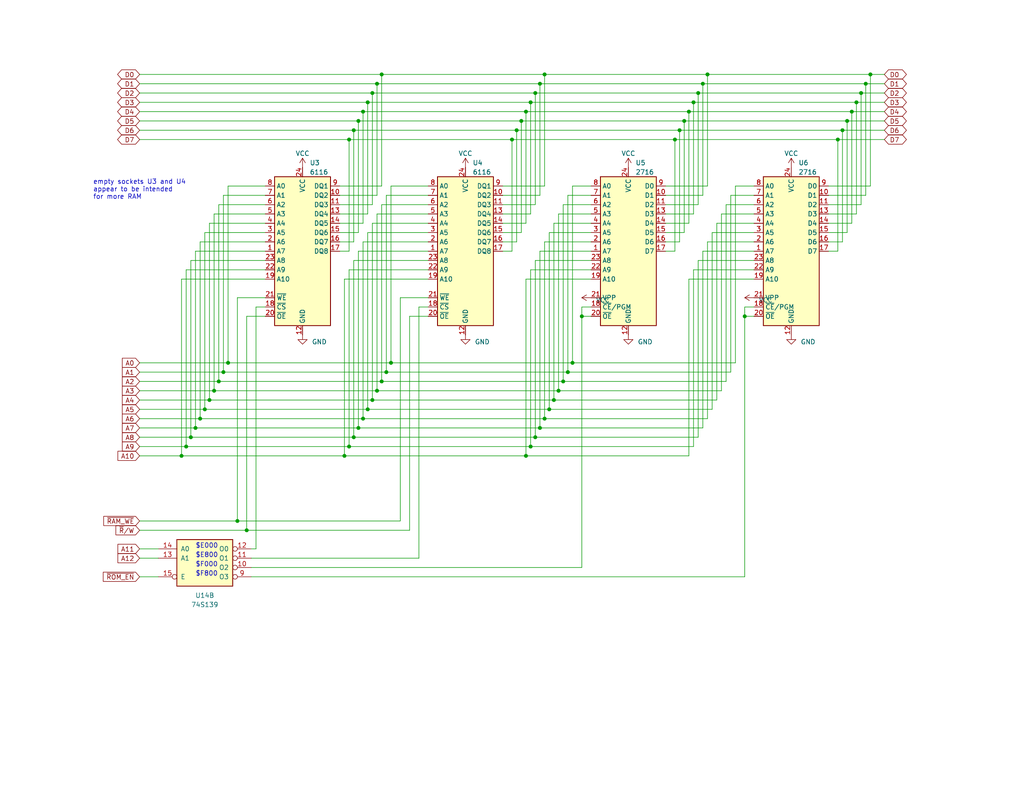
<source format=kicad_sch>
(kicad_sch (version 20231120) (generator "eeschema") (generator_version "8.0")
  (paper "USLetter")
  (lib_symbols
    (symbol "74LS139_1" (pin_names (offset 1.016))
      (property "Reference" "U14" (at 0 10.16 0))
      (property "Value" "74LS139_1" (at 0 7.62 0))
      (symbol "74LS139_1_1_0"
        (pin input inverted (at -12.7 -5.08 0) (length 5.08) (name "E") (number "1"))
        (pin input line (at -12.7 0 0) (length 5.08) (name "A0") (number "2"))
        (pin input line (at -12.7 2.54 0) (length 5.08) (name "A1") (number "3"))
        (pin output inverted (at 12.7 2.54 180) (length 5.08) (name "O0") (number "4"))
        (pin output inverted (at 12.7 0 180) (length 5.08) (name "O1") (number "5"))
        (pin output inverted (at 12.7 -2.54 180) (length 5.08) (name "O2") (number "6"))
        (pin output inverted (at 12.7 -5.08 180) (length 5.08) (name "O3") (number "7"))
      )
      (symbol "74LS139_1_1_1"
        (rectangle (start -7.62 5.08) (end 7.62 -7.62) (stroke (width 0.254)) (fill (type background)))
      )
      (symbol "74LS139_1_2_0"
        (pin output inverted (at 12.7 -2.54 180) (length 5.08) (name "O2") (number "10"))
        (pin output inverted (at 12.7 0 180) (length 5.08) (name "O1") (number "11"))
        (pin output inverted (at 12.7 2.54 180) (length 5.08) (name "O0") (number "12"))
        (pin input line (at -12.7 0 0) (length 5.08) (name "A1") (number "13"))
        (pin input line (at -12.7 2.54 0) (length 5.08) (name "A0") (number "14"))
        (pin input inverted (at -12.7 -5.08 0) (length 5.08) (name "E") (number "15"))
        (pin output inverted (at 12.7 -5.08 180) (length 5.08) (name "O3") (number "9"))
      )
      (symbol "74LS139_1_2_1"
        (rectangle (start -7.62 5.08) (end 7.62 -7.62) (stroke (width 0.254)) (fill (type background)))
      )
      (symbol "74LS139_1_3_0"
        (pin power_in line (at 0 12.7 270) (length 5.08) (name "VCC") (number "16"))
        (pin power_in line (at 0 -12.7 90) (length 5.08) (name "GND") (number "8"))
      )
      (symbol "74LS139_1_3_1"
        (rectangle (start -5.08 7.62) (end 5.08 -7.62) (stroke (width 0.254)) (fill (type background)))
      )
    )
    (symbol "MyRam:6116"
      (property "Reference" "U?" (at 2.0194 21.59 0))
      (property "Value" "6116" (at 2.0194 19.05 0))
      (symbol "6116_0_1"
        (rectangle (start -7.62 17.78) (end 7.62 -22.86) (stroke (width 0.254)) (fill (type background)))
      )
      (symbol "6116_1_1"
        (pin input line (at -10.16 -2.54 0) (length 2.54) (name "A7") (number "1"))
        (pin bidirectional line (at 10.16 12.7 180) (length 2.54) (name "DQ2") (number "10"))
        (pin bidirectional line (at 10.16 10.16 180) (length 2.54) (name "DQ3") (number "11"))
        (pin power_in line (at 0 -25.4 90) (length 2.54) (name "GND") (number "12"))
        (pin bidirectional line (at 10.16 7.62 180) (length 2.54) (name "DQ4") (number "13"))
        (pin bidirectional line (at 10.16 5.08 180) (length 2.54) (name "DQ5") (number "14"))
        (pin bidirectional line (at 10.16 2.54 180) (length 2.54) (name "DQ6") (number "15"))
        (pin bidirectional line (at 10.16 0 180) (length 2.54) (name "DQ7") (number "16"))
        (pin bidirectional line (at 10.16 -2.54 180) (length 2.54) (name "DQ8") (number "17"))
        (pin input line (at -10.16 -17.78 0) (length 2.54) (name "~{CS}") (number "18"))
        (pin input line (at -10.16 -10.16 0) (length 2.54) (name "A10") (number "19"))
        (pin input line (at -10.16 0 0) (length 2.54) (name "A6") (number "2"))
        (pin input line (at -10.16 -20.32 0) (length 2.54) (name "~{OE}") (number "20"))
        (pin input line (at -10.16 -15.24 0) (length 2.54) (name "~{WE}") (number "21"))
        (pin input line (at -10.16 -7.62 0) (length 2.54) (name "A9") (number "22"))
        (pin input line (at -10.16 -5.08 0) (length 2.54) (name "A8") (number "23"))
        (pin power_in line (at 0 20.32 270) (length 2.54) (name "VCC") (number "24"))
        (pin input line (at -10.16 2.54 0) (length 2.54) (name "A5") (number "3"))
        (pin input line (at -10.16 5.08 0) (length 2.54) (name "A4") (number "4"))
        (pin input line (at -10.16 7.62 0) (length 2.54) (name "A3") (number "5"))
        (pin input line (at -10.16 10.16 0) (length 2.54) (name "A2") (number "6"))
        (pin input line (at -10.16 12.7 0) (length 2.54) (name "A1") (number "7"))
        (pin input line (at -10.16 15.24 0) (length 2.54) (name "A0") (number "8"))
        (pin bidirectional line (at 10.16 15.24 180) (length 2.54) (name "DQ1") (number "9"))
      )
    )
    (symbol "ambassador:2716"
      (property "Reference" "U" (at -7.62 21.59 0))
      (property "Value" "2716" (at 2.54 -21.59 0))
      (symbol "2716_1_1"
        (rectangle (start -7.62 20.32) (end 7.62 -20.32) (stroke (width 0.254)) (fill (type background)))
        (pin input line (at -10.16 0 0) (length 2.54) (name "A7") (number "1"))
        (pin tri_state line (at 10.16 15.24 180) (length 2.54) (name "D1") (number "10"))
        (pin tri_state line (at 10.16 12.7 180) (length 2.54) (name "D2") (number "11"))
        (pin power_in line (at 0 -22.86 90) (length 2.54) (name "GND") (number "12"))
        (pin tri_state line (at 10.16 10.16 180) (length 2.54) (name "D3") (number "13"))
        (pin tri_state line (at 10.16 7.62 180) (length 2.54) (name "D4") (number "14"))
        (pin tri_state line (at 10.16 5.08 180) (length 2.54) (name "D5") (number "15"))
        (pin tri_state line (at 10.16 2.54 180) (length 2.54) (name "D6") (number "16"))
        (pin tri_state line (at 10.16 0 180) (length 2.54) (name "D7") (number "17"))
        (pin input line (at -10.16 -15.24 0) (length 2.54) (name "~{CE}/PGM") (number "18"))
        (pin input line (at -10.16 -7.62 0) (length 2.54) (name "A10") (number "19"))
        (pin input line (at -10.16 2.54 0) (length 2.54) (name "A6") (number "2"))
        (pin input line (at -10.16 -17.78 0) (length 2.54) (name "~{OE}") (number "20"))
        (pin input line (at -10.16 -12.7 0) (length 2.54) (name "VPP") (number "21"))
        (pin input line (at -10.16 -5.08 0) (length 2.54) (name "A9") (number "22"))
        (pin input line (at -10.16 -2.54 0) (length 2.54) (name "A8") (number "23"))
        (pin power_in line (at 0 22.86 270) (length 2.54) (name "VCC") (number "24"))
        (pin input line (at -10.16 5.08 0) (length 2.54) (name "A5") (number "3"))
        (pin input line (at -10.16 7.62 0) (length 2.54) (name "A4") (number "4"))
        (pin input line (at -10.16 10.16 0) (length 2.54) (name "A3") (number "5"))
        (pin input line (at -10.16 12.7 0) (length 2.54) (name "A2") (number "6"))
        (pin input line (at -10.16 15.24 0) (length 2.54) (name "A1") (number "7"))
        (pin input line (at -10.16 17.78 0) (length 2.54) (name "A0") (number "8"))
        (pin tri_state line (at 10.16 17.78 180) (length 2.54) (name "D0") (number "9"))
      )
    )
    (symbol "power:GND" (power) (pin_names (offset 0))
      (property "Value" "GND" (at 0 -3.81 0))
      (symbol "GND_0_1"
        (polyline (pts (xy 0 0) (xy 0 -1.27) (xy 1.27 -1.27) (xy 0 -2.54) (xy -1.27 -1.27) (xy 0 -1.27)))
      )
      (symbol "GND_1_1"
        (pin power_in line (at 0 0 270) (length 0) hide (name "GND") (number "1"))
      )
    )
    (symbol "power:VCC" (power) (pin_names (offset 0))
      (property "Value" "VCC" (at 0 3.81 0))
      (symbol "VCC_0_1"
        (polyline (pts (xy -0.762 1.27) (xy 0 2.54)))
        (polyline (pts (xy 0 0) (xy 0 2.54)))
        (polyline (pts (xy 0 2.54) (xy 0.762 1.27)))
      )
      (symbol "VCC_1_1"
        (pin power_in line (at 0 0 90) (length 0) hide (name "VCC") (number "1"))
      )
    )
  )
  (junction (at 143.51 124.46))
  (junction (at 154.94 101.6))
  (junction (at 144.78 121.92))
  (junction (at 234.95 25.4))
  (junction (at 231.14 33.02))
  (junction (at 186.69 33.02))
  (junction (at 101.6 25.4))
  (junction (at 237.49 20.32))
  (junction (at 52.07 119.38))
  (junction (at 64.77 142.24))
  (junction (at 153.67 104.14))
  (junction (at 104.14 104.14))
  (junction (at 100.33 27.94))
  (junction (at 49.53 124.46))
  (junction (at 233.68 27.94))
  (junction (at 147.32 116.84))
  (junction (at 99.06 30.48))
  (junction (at 93.98 124.46))
  (junction (at 228.6 38.1))
  (junction (at 104.14 20.32))
  (junction (at 102.87 22.86))
  (junction (at 189.23 27.94))
  (junction (at 101.6 109.22))
  (junction (at 142.24 33.02))
  (junction (at 158.75 86.36))
  (junction (at 57.15 109.22))
  (junction (at 140.97 35.56))
  (junction (at 59.69 104.14))
  (junction (at 143.51 30.48))
  (junction (at 97.79 116.84))
  (junction (at 100.33 111.76))
  (junction (at 147.32 22.86))
  (junction (at 193.04 20.32))
  (junction (at 105.41 101.6))
  (junction (at 236.22 22.86))
  (junction (at 95.25 38.1))
  (junction (at 232.41 30.48))
  (junction (at 156.21 99.06))
  (junction (at 62.23 99.06))
  (junction (at 55.88 111.76))
  (junction (at 151.13 109.22))
  (junction (at 50.8 121.92))
  (junction (at 146.05 25.4))
  (junction (at 187.96 30.48))
  (junction (at 96.52 35.56))
  (junction (at 99.06 114.3))
  (junction (at 149.86 111.76))
  (junction (at 191.77 22.86))
  (junction (at 148.59 20.32))
  (junction (at 144.78 27.94))
  (junction (at 106.68 99.06))
  (junction (at 146.05 119.38))
  (junction (at 139.7 38.1))
  (junction (at 152.4 106.68))
  (junction (at 184.15 38.1))
  (junction (at 102.87 106.68))
  (junction (at 148.59 114.3))
  (junction (at 96.52 119.38))
  (junction (at 53.34 116.84))
  (junction (at 203.2 86.36))
  (junction (at 60.96 101.6))
  (junction (at 97.79 33.02))
  (junction (at 190.5 25.4))
  (junction (at 58.42 106.68))
  (junction (at 54.61 114.3))
  (junction (at 229.87 35.56))
  (junction (at 67.31 144.78))
  (junction (at 185.42 35.56))
  (junction (at 95.25 121.92))
  (wire (pts (xy 38.1 152.4) (xy 43.18 152.4)))
  (wire (pts (xy 193.04 66.04) (xy 205.74 66.04)))
  (wire (pts (xy 93.98 76.2) (xy 116.84 76.2)))
  (wire (pts (xy 60.96 101.6) (xy 105.41 101.6)))
  (wire (pts (xy 158.75 83.82) (xy 161.29 83.82)))
  (wire (pts (xy 38.1 106.68) (xy 58.42 106.68)))
  (wire (pts (xy 38.1 33.02) (xy 97.79 33.02)))
  (wire (pts (xy 92.71 50.8) (xy 104.14 50.8)))
  (wire (pts (xy 96.52 35.56) (xy 140.97 35.56)))
  (wire (pts (xy 100.33 27.94) (xy 144.78 27.94)))
  (wire (pts (xy 38.1 121.92) (xy 50.8 121.92)))
  (wire (pts (xy 38.1 101.6) (xy 60.96 101.6)))
  (wire (pts (xy 149.86 111.76) (xy 149.86 63.5)))
  (wire (pts (xy 237.49 20.32) (xy 241.3 20.32)))
  (wire (pts (xy 38.1 114.3) (xy 54.61 114.3)))
  (wire (pts (xy 158.75 83.82) (xy 158.75 86.36)))
  (wire (pts (xy 236.22 22.86) (xy 236.22 53.34)))
  (wire (pts (xy 93.98 124.46) (xy 143.51 124.46)))
  (wire (pts (xy 147.32 22.86) (xy 191.77 22.86)))
  (wire (pts (xy 67.31 86.36) (xy 72.39 86.36)))
  (wire (pts (xy 236.22 22.86) (xy 241.3 22.86)))
  (wire (pts (xy 181.61 50.8) (xy 193.04 50.8)))
  (wire (pts (xy 234.95 25.4) (xy 241.3 25.4)))
  (wire (pts (xy 62.23 99.06) (xy 62.23 50.8)))
  (wire (pts (xy 102.87 22.86) (xy 102.87 53.34)))
  (wire (pts (xy 189.23 27.94) (xy 233.68 27.94)))
  (wire (pts (xy 193.04 20.32) (xy 237.49 20.32)))
  (wire (pts (xy 38.1 30.48) (xy 99.06 30.48)))
  (wire (pts (xy 226.06 50.8) (xy 237.49 50.8)))
  (wire (pts (xy 69.85 83.82) (xy 72.39 83.82)))
  (wire (pts (xy 97.79 63.5) (xy 92.71 63.5)))
  (wire (pts (xy 148.59 50.8) (xy 148.59 20.32)))
  (wire (pts (xy 228.6 68.58) (xy 226.06 68.58)))
  (wire (pts (xy 143.51 30.48) (xy 187.96 30.48)))
  (wire (pts (xy 95.25 68.58) (xy 92.71 68.58)))
  (wire (pts (xy 153.67 104.14) (xy 153.67 55.88)))
  (wire (pts (xy 187.96 124.46) (xy 187.96 76.2)))
  (wire (pts (xy 97.79 33.02) (xy 97.79 63.5)))
  (wire (pts (xy 228.6 38.1) (xy 228.6 68.58)))
  (wire (pts (xy 152.4 106.68) (xy 196.85 106.68)))
  (wire (pts (xy 97.79 116.84) (xy 147.32 116.84)))
  (wire (pts (xy 54.61 114.3) (xy 99.06 114.3)))
  (wire (pts (xy 152.4 106.68) (xy 152.4 58.42)))
  (wire (pts (xy 100.33 58.42) (xy 92.71 58.42)))
  (wire (pts (xy 151.13 109.22) (xy 195.58 109.22)))
  (wire (pts (xy 232.41 30.48) (xy 241.3 30.48)))
  (wire (pts (xy 205.74 73.66) (xy 189.23 73.66)))
  (wire (pts (xy 147.32 22.86) (xy 147.32 53.34)))
  (wire (pts (xy 95.25 38.1) (xy 139.7 38.1)))
  (wire (pts (xy 146.05 119.38) (xy 190.5 119.38)))
  (wire (pts (xy 181.61 55.88) (xy 190.5 55.88)))
  (wire (pts (xy 97.79 33.02) (xy 142.24 33.02)))
  (wire (pts (xy 62.23 50.8) (xy 72.39 50.8)))
  (wire (pts (xy 156.21 99.06) (xy 156.21 50.8)))
  (wire (pts (xy 191.77 22.86) (xy 236.22 22.86)))
  (wire (pts (xy 137.16 66.04) (xy 140.97 66.04)))
  (wire (pts (xy 144.78 58.42) (xy 137.16 58.42)))
  (wire (pts (xy 184.15 68.58) (xy 181.61 68.58)))
  (wire (pts (xy 158.75 154.94) (xy 158.75 86.36)))
  (wire (pts (xy 195.58 60.96) (xy 205.74 60.96)))
  (wire (pts (xy 146.05 25.4) (xy 190.5 25.4)))
  (wire (pts (xy 161.29 73.66) (xy 144.78 73.66)))
  (wire (pts (xy 38.1 116.84) (xy 53.34 116.84)))
  (wire (pts (xy 38.1 149.86) (xy 43.18 149.86)))
  (wire (pts (xy 95.25 121.92) (xy 95.25 73.66)))
  (wire (pts (xy 193.04 50.8) (xy 193.04 20.32)))
  (wire (pts (xy 137.16 60.96) (xy 143.51 60.96)))
  (wire (pts (xy 154.94 101.6) (xy 154.94 53.34)))
  (wire (pts (xy 105.41 101.6) (xy 105.41 53.34)))
  (wire (pts (xy 38.1 124.46) (xy 49.53 124.46)))
  (wire (pts (xy 38.1 104.14) (xy 59.69 104.14)))
  (wire (pts (xy 49.53 124.46) (xy 93.98 124.46)))
  (wire (pts (xy 106.68 50.8) (xy 116.84 50.8)))
  (wire (pts (xy 139.7 38.1) (xy 184.15 38.1)))
  (wire (pts (xy 38.1 157.48) (xy 43.18 157.48)))
  (wire (pts (xy 196.85 58.42) (xy 196.85 106.68)))
  (wire (pts (xy 231.14 63.5) (xy 226.06 63.5)))
  (wire (pts (xy 161.29 58.42) (xy 152.4 58.42)))
  (wire (pts (xy 59.69 104.14) (xy 104.14 104.14)))
  (wire (pts (xy 68.58 154.94) (xy 158.75 154.94)))
  (wire (pts (xy 38.1 109.22) (xy 57.15 109.22)))
  (wire (pts (xy 57.15 109.22) (xy 101.6 109.22)))
  (wire (pts (xy 142.24 33.02) (xy 142.24 63.5)))
  (wire (pts (xy 184.15 38.1) (xy 184.15 68.58)))
  (wire (pts (xy 38.1 144.78) (xy 67.31 144.78)))
  (wire (pts (xy 237.49 50.8) (xy 237.49 20.32)))
  (wire (pts (xy 52.07 71.12) (xy 72.39 71.12)))
  (wire (pts (xy 111.76 144.78) (xy 67.31 144.78)))
  (wire (pts (xy 114.3 83.82) (xy 116.84 83.82)))
  (wire (pts (xy 156.21 99.06) (xy 200.66 99.06)))
  (wire (pts (xy 59.69 55.88) (xy 72.39 55.88)))
  (wire (pts (xy 116.84 58.42) (xy 102.87 58.42)))
  (wire (pts (xy 116.84 68.58) (xy 97.79 68.58)))
  (wire (pts (xy 92.71 60.96) (xy 99.06 60.96)))
  (wire (pts (xy 236.22 53.34) (xy 226.06 53.34)))
  (wire (pts (xy 190.5 71.12) (xy 205.74 71.12)))
  (wire (pts (xy 104.14 104.14) (xy 153.67 104.14)))
  (wire (pts (xy 50.8 121.92) (xy 95.25 121.92)))
  (wire (pts (xy 187.96 60.96) (xy 187.96 30.48)))
  (wire (pts (xy 187.96 76.2) (xy 205.74 76.2)))
  (wire (pts (xy 185.42 35.56) (xy 229.87 35.56)))
  (wire (pts (xy 49.53 124.46) (xy 49.53 76.2)))
  (wire (pts (xy 68.58 152.4) (xy 114.3 152.4)))
  (wire (pts (xy 116.84 63.5) (xy 100.33 63.5)))
  (wire (pts (xy 205.74 58.42) (xy 196.85 58.42)))
  (wire (pts (xy 181.61 60.96) (xy 187.96 60.96)))
  (wire (pts (xy 190.5 25.4) (xy 234.95 25.4)))
  (wire (pts (xy 226.06 66.04) (xy 229.87 66.04)))
  (wire (pts (xy 38.1 27.94) (xy 100.33 27.94)))
  (wire (pts (xy 105.41 101.6) (xy 154.94 101.6)))
  (wire (pts (xy 55.88 111.76) (xy 100.33 111.76)))
  (wire (pts (xy 153.67 55.88) (xy 161.29 55.88)))
  (wire (pts (xy 198.12 55.88) (xy 205.74 55.88)))
  (wire (pts (xy 58.42 106.68) (xy 58.42 58.42)))
  (wire (pts (xy 228.6 38.1) (xy 241.3 38.1)))
  (wire (pts (xy 109.22 142.24) (xy 109.22 81.28)))
  (wire (pts (xy 53.34 116.84) (xy 53.34 68.58)))
  (wire (pts (xy 58.42 106.68) (xy 102.87 106.68)))
  (wire (pts (xy 100.33 27.94) (xy 100.33 58.42)))
  (wire (pts (xy 226.06 55.88) (xy 234.95 55.88)))
  (wire (pts (xy 143.51 60.96) (xy 143.51 30.48)))
  (wire (pts (xy 101.6 109.22) (xy 101.6 60.96)))
  (wire (pts (xy 184.15 38.1) (xy 228.6 38.1)))
  (wire (pts (xy 38.1 20.32) (xy 104.14 20.32)))
  (wire (pts (xy 149.86 111.76) (xy 194.31 111.76)))
  (wire (pts (xy 54.61 66.04) (xy 72.39 66.04)))
  (wire (pts (xy 203.2 86.36) (xy 205.74 86.36)))
  (wire (pts (xy 93.98 124.46) (xy 93.98 76.2)))
  (wire (pts (xy 151.13 109.22) (xy 151.13 60.96)))
  (wire (pts (xy 147.32 116.84) (xy 147.32 68.58)))
  (wire (pts (xy 148.59 114.3) (xy 193.04 114.3)))
  (wire (pts (xy 100.33 111.76) (xy 100.33 63.5)))
  (wire (pts (xy 147.32 116.84) (xy 191.77 116.84)))
  (wire (pts (xy 191.77 53.34) (xy 181.61 53.34)))
  (wire (pts (xy 57.15 109.22) (xy 57.15 60.96)))
  (wire (pts (xy 144.78 27.94) (xy 189.23 27.94)))
  (wire (pts (xy 156.21 50.8) (xy 161.29 50.8)))
  (wire (pts (xy 38.1 99.06) (xy 62.23 99.06)))
  (wire (pts (xy 161.29 68.58) (xy 147.32 68.58)))
  (wire (pts (xy 96.52 119.38) (xy 96.52 71.12)))
  (wire (pts (xy 96.52 66.04) (xy 96.52 35.56)))
  (wire (pts (xy 69.85 149.86) (xy 68.58 149.86)))
  (wire (pts (xy 234.95 55.88) (xy 234.95 25.4)))
  (wire (pts (xy 52.07 119.38) (xy 96.52 119.38)))
  (wire (pts (xy 189.23 73.66) (xy 189.23 121.92)))
  (wire (pts (xy 104.14 50.8) (xy 104.14 20.32)))
  (wire (pts (xy 203.2 83.82) (xy 203.2 86.36)))
  (wire (pts (xy 111.76 86.36) (xy 111.76 144.78)))
  (wire (pts (xy 139.7 68.58) (xy 137.16 68.58)))
  (wire (pts (xy 69.85 83.82) (xy 69.85 149.86)))
  (wire (pts (xy 153.67 104.14) (xy 198.12 104.14)))
  (wire (pts (xy 38.1 22.86) (xy 102.87 22.86)))
  (wire (pts (xy 233.68 58.42) (xy 226.06 58.42)))
  (wire (pts (xy 148.59 114.3) (xy 148.59 66.04)))
  (wire (pts (xy 72.39 68.58) (xy 53.34 68.58)))
  (wire (pts (xy 38.1 25.4) (xy 101.6 25.4)))
  (wire (pts (xy 49.53 76.2) (xy 72.39 76.2)))
  (wire (pts (xy 232.41 60.96) (xy 232.41 30.48)))
  (wire (pts (xy 67.31 144.78) (xy 67.31 86.36)))
  (wire (pts (xy 59.69 104.14) (xy 59.69 55.88)))
  (wire (pts (xy 57.15 60.96) (xy 72.39 60.96)))
  (wire (pts (xy 101.6 109.22) (xy 151.13 109.22)))
  (wire (pts (xy 189.23 27.94) (xy 189.23 58.42)))
  (wire (pts (xy 142.24 33.02) (xy 186.69 33.02)))
  (wire (pts (xy 104.14 55.88) (xy 116.84 55.88)))
  (wire (pts (xy 64.77 142.24) (xy 64.77 81.28)))
  (wire (pts (xy 72.39 63.5) (xy 55.88 63.5)))
  (wire (pts (xy 102.87 22.86) (xy 147.32 22.86)))
  (wire (pts (xy 106.68 99.06) (xy 156.21 99.06)))
  (wire (pts (xy 185.42 66.04) (xy 185.42 35.56)))
  (wire (pts (xy 38.1 38.1) (xy 95.25 38.1)))
  (wire (pts (xy 189.23 58.42) (xy 181.61 58.42)))
  (wire (pts (xy 38.1 119.38) (xy 52.07 119.38)))
  (wire (pts (xy 147.32 53.34) (xy 137.16 53.34)))
  (wire (pts (xy 62.23 99.06) (xy 106.68 99.06)))
  (wire (pts (xy 101.6 60.96) (xy 116.84 60.96)))
  (wire (pts (xy 161.29 63.5) (xy 149.86 63.5)))
  (wire (pts (xy 181.61 66.04) (xy 185.42 66.04)))
  (wire (pts (xy 72.39 58.42) (xy 58.42 58.42)))
  (wire (pts (xy 148.59 20.32) (xy 193.04 20.32)))
  (wire (pts (xy 233.68 27.94) (xy 241.3 27.94)))
  (wire (pts (xy 95.25 38.1) (xy 95.25 68.58)))
  (wire (pts (xy 146.05 119.38) (xy 146.05 71.12)))
  (wire (pts (xy 161.29 53.34) (xy 154.94 53.34)))
  (wire (pts (xy 139.7 38.1) (xy 139.7 68.58)))
  (wire (pts (xy 116.84 53.34) (xy 105.41 53.34)))
  (wire (pts (xy 191.77 68.58) (xy 191.77 116.84)))
  (wire (pts (xy 102.87 106.68) (xy 102.87 58.42)))
  (wire (pts (xy 72.39 53.34) (xy 60.96 53.34)))
  (wire (pts (xy 233.68 27.94) (xy 233.68 58.42)))
  (wire (pts (xy 203.2 83.82) (xy 205.74 83.82)))
  (wire (pts (xy 194.31 63.5) (xy 194.31 111.76)))
  (wire (pts (xy 52.07 119.38) (xy 52.07 71.12)))
  (wire (pts (xy 92.71 55.88) (xy 101.6 55.88)))
  (wire (pts (xy 144.78 27.94) (xy 144.78 58.42)))
  (wire (pts (xy 96.52 119.38) (xy 146.05 119.38)))
  (wire (pts (xy 38.1 142.24) (xy 64.77 142.24)))
  (wire (pts (xy 100.33 111.76) (xy 149.86 111.76)))
  (wire (pts (xy 137.16 55.88) (xy 146.05 55.88)))
  (wire (pts (xy 186.69 33.02) (xy 186.69 63.5)))
  (wire (pts (xy 205.74 68.58) (xy 191.77 68.58)))
  (wire (pts (xy 106.68 99.06) (xy 106.68 50.8)))
  (wire (pts (xy 143.51 124.46) (xy 187.96 124.46)))
  (wire (pts (xy 99.06 60.96) (xy 99.06 30.48)))
  (wire (pts (xy 38.1 35.56) (xy 96.52 35.56)))
  (wire (pts (xy 144.78 121.92) (xy 144.78 73.66)))
  (wire (pts (xy 92.71 66.04) (xy 96.52 66.04)))
  (wire (pts (xy 144.78 121.92) (xy 189.23 121.92)))
  (wire (pts (xy 205.74 63.5) (xy 194.31 63.5)))
  (wire (pts (xy 193.04 114.3) (xy 193.04 66.04)))
  (wire (pts (xy 203.2 157.48) (xy 203.2 86.36)))
  (wire (pts (xy 199.39 53.34) (xy 199.39 101.6)))
  (wire (pts (xy 143.51 76.2) (xy 161.29 76.2)))
  (wire (pts (xy 231.14 33.02) (xy 241.3 33.02)))
  (wire (pts (xy 101.6 55.88) (xy 101.6 25.4)))
  (wire (pts (xy 95.25 121.92) (xy 144.78 121.92)))
  (wire (pts (xy 143.51 124.46) (xy 143.51 76.2)))
  (wire (pts (xy 148.59 66.04) (xy 161.29 66.04)))
  (wire (pts (xy 200.66 50.8) (xy 205.74 50.8)))
  (wire (pts (xy 190.5 55.88) (xy 190.5 25.4)))
  (wire (pts (xy 229.87 66.04) (xy 229.87 35.56)))
  (wire (pts (xy 64.77 81.28) (xy 72.39 81.28)))
  (wire (pts (xy 191.77 22.86) (xy 191.77 53.34)))
  (wire (pts (xy 151.13 60.96) (xy 161.29 60.96)))
  (wire (pts (xy 137.16 50.8) (xy 148.59 50.8)))
  (wire (pts (xy 158.75 86.36) (xy 161.29 86.36)))
  (wire (pts (xy 226.06 60.96) (xy 232.41 60.96)))
  (wire (pts (xy 102.87 53.34) (xy 92.71 53.34)))
  (wire (pts (xy 114.3 152.4) (xy 114.3 83.82)))
  (wire (pts (xy 68.58 157.48) (xy 203.2 157.48)))
  (wire (pts (xy 99.06 114.3) (xy 99.06 66.04)))
  (wire (pts (xy 99.06 30.48) (xy 143.51 30.48)))
  (wire (pts (xy 109.22 81.28) (xy 116.84 81.28)))
  (wire (pts (xy 229.87 35.56) (xy 241.3 35.56)))
  (wire (pts (xy 195.58 109.22) (xy 195.58 60.96)))
  (wire (pts (xy 99.06 114.3) (xy 148.59 114.3)))
  (wire (pts (xy 146.05 71.12) (xy 161.29 71.12)))
  (wire (pts (xy 190.5 119.38) (xy 190.5 71.12)))
  (wire (pts (xy 38.1 111.76) (xy 55.88 111.76)))
  (wire (pts (xy 231.14 33.02) (xy 231.14 63.5)))
  (wire (pts (xy 64.77 142.24) (xy 109.22 142.24)))
  (wire (pts (xy 101.6 25.4) (xy 146.05 25.4)))
  (wire (pts (xy 154.94 101.6) (xy 199.39 101.6)))
  (wire (pts (xy 200.66 99.06) (xy 200.66 50.8)))
  (wire (pts (xy 102.87 106.68) (xy 152.4 106.68)))
  (wire (pts (xy 104.14 20.32) (xy 148.59 20.32)))
  (wire (pts (xy 140.97 35.56) (xy 185.42 35.56)))
  (wire (pts (xy 205.74 53.34) (xy 199.39 53.34)))
  (wire (pts (xy 186.69 33.02) (xy 231.14 33.02)))
  (wire (pts (xy 104.14 104.14) (xy 104.14 55.88)))
  (wire (pts (xy 116.84 86.36) (xy 111.76 86.36)))
  (wire (pts (xy 116.84 73.66) (xy 95.25 73.66)))
  (wire (pts (xy 55.88 111.76) (xy 55.88 63.5)))
  (wire (pts (xy 53.34 116.84) (xy 97.79 116.84)))
  (wire (pts (xy 54.61 114.3) (xy 54.61 66.04)))
  (wire (pts (xy 187.96 30.48) (xy 232.41 30.48)))
  (wire (pts (xy 186.69 63.5) (xy 181.61 63.5)))
  (wire (pts (xy 60.96 101.6) (xy 60.96 53.34)))
  (wire (pts (xy 72.39 73.66) (xy 50.8 73.66)))
  (wire (pts (xy 50.8 121.92) (xy 50.8 73.66)))
  (wire (pts (xy 99.06 66.04) (xy 116.84 66.04)))
  (wire (pts (xy 146.05 55.88) (xy 146.05 25.4)))
  (wire (pts (xy 97.79 116.84) (xy 97.79 68.58)))
  (wire (pts (xy 140.97 66.04) (xy 140.97 35.56)))
  (wire (pts (xy 96.52 71.12) (xy 116.84 71.12)))
  (wire (pts (xy 142.24 63.5) (xy 137.16 63.5)))
  (wire (pts (xy 198.12 104.14) (xy 198.12 55.88)))
  (text "$F000" (at 53.34 154.94 0) (effects (font (size 1.27 1.27)) (justify left bottom)))
  (text "$F800" (at 53.34 157.48 0) (effects (font (size 1.27 1.27)) (justify left bottom)))
  (text "empty sockets U3 and U4\nappear to be intended\nfor more RAM" (at 25.4 54.61 0) (effects (font (size 1.27 1.27)) (justify left bottom)))
  (text "$E800" (at 53.34 152.4 0) (effects (font (size 1.27 1.27)) (justify left bottom)))
  (text "$E000" (at 53.34 149.86 0) (effects (font (size 1.27 1.27)) (justify left bottom)))
  (global_label "A1" (shape input) (at 38.1 101.6 180) (property "Intersheetrefs" "${INTERSHEET_REFS}" (effects (hide yes))))
  (global_label "D0" (shape bidirectional) (at 241.3 20.32 0) (property "Intersheetrefs" "${INTERSHEET_REFS}" (effects (hide yes))))
  (global_label "D3" (shape bidirectional) (at 38.1 27.94 180) (property "Intersheetrefs" "${INTERSHEET_REFS}" (effects (hide yes))))
  (global_label "D5" (shape bidirectional) (at 38.1 33.02 180) (property "Intersheetrefs" "${INTERSHEET_REFS}" (effects (hide yes))))
  (global_label "D2" (shape bidirectional) (at 241.3 25.4 0) (property "Intersheetrefs" "${INTERSHEET_REFS}" (effects (hide yes))))
  (global_label "D5" (shape bidirectional) (at 241.3 33.02 0) (property "Intersheetrefs" "${INTERSHEET_REFS}" (effects (hide yes))))
  (global_label "D1" (shape bidirectional) (at 38.1 22.86 180) (property "Intersheetrefs" "${INTERSHEET_REFS}" (effects (hide yes))))
  (global_label "~{RAM_WE}" (shape input) (at 38.1 142.24 180) (property "Intersheetrefs" "${INTERSHEET_REFS}" (effects (hide yes))))
  (global_label "A10" (shape input) (at 38.1 124.46 180) (property "Intersheetrefs" "${INTERSHEET_REFS}" (effects (hide yes))))
  (global_label "A11" (shape input) (at 38.1 149.86 180) (property "Intersheetrefs" "${INTERSHEET_REFS}" (effects (hide yes))))
  (global_label "~{R}{slash}W" (shape input) (at 38.1 144.78 180) (property "Intersheetrefs" "${INTERSHEET_REFS}" (effects (hide yes))))
  (global_label "A5" (shape input) (at 38.1 111.76 180) (property "Intersheetrefs" "${INTERSHEET_REFS}" (effects (hide yes))))
  (global_label "A0" (shape input) (at 38.1 99.06 180) (property "Intersheetrefs" "${INTERSHEET_REFS}" (effects (hide yes))))
  (global_label "D6" (shape bidirectional) (at 241.3 35.56 0) (property "Intersheetrefs" "${INTERSHEET_REFS}" (effects (hide yes))))
  (global_label "D6" (shape bidirectional) (at 38.1 35.56 180) (property "Intersheetrefs" "${INTERSHEET_REFS}" (effects (hide yes))))
  (global_label "A8" (shape input) (at 38.1 119.38 180) (property "Intersheetrefs" "${INTERSHEET_REFS}" (effects (hide yes))))
  (global_label "A2" (shape input) (at 38.1 104.14 180) (property "Intersheetrefs" "${INTERSHEET_REFS}" (effects (hide yes))))
  (global_label "A9" (shape input) (at 38.1 121.92 180) (property "Intersheetrefs" "${INTERSHEET_REFS}" (effects (hide yes))))
  (global_label "D0" (shape bidirectional) (at 38.1 20.32 180) (property "Intersheetrefs" "${INTERSHEET_REFS}" (effects (hide yes))))
  (global_label "D4" (shape bidirectional) (at 241.3 30.48 0) (property "Intersheetrefs" "${INTERSHEET_REFS}" (effects (hide yes))))
  (global_label "D4" (shape bidirectional) (at 38.1 30.48 180) (property "Intersheetrefs" "${INTERSHEET_REFS}" (effects (hide yes))))
  (global_label "D7" (shape bidirectional) (at 241.3 38.1 0) (property "Intersheetrefs" "${INTERSHEET_REFS}" (effects (hide yes))))
  (global_label "A3" (shape input) (at 38.1 106.68 180) (property "Intersheetrefs" "${INTERSHEET_REFS}" (effects (hide yes))))
  (global_label "D7" (shape bidirectional) (at 38.1 38.1 180) (property "Intersheetrefs" "${INTERSHEET_REFS}" (effects (hide yes))))
  (global_label "A7" (shape input) (at 38.1 116.84 180) (property "Intersheetrefs" "${INTERSHEET_REFS}" (effects (hide yes))))
  (global_label "D2" (shape bidirectional) (at 38.1 25.4 180) (property "Intersheetrefs" "${INTERSHEET_REFS}" (effects (hide yes))))
  (global_label "A4" (shape input) (at 38.1 109.22 180) (property "Intersheetrefs" "${INTERSHEET_REFS}" (effects (hide yes))))
  (global_label "A6" (shape input) (at 38.1 114.3 180) (property "Intersheetrefs" "${INTERSHEET_REFS}" (effects (hide yes))))
  (global_label "A12" (shape input) (at 38.1 152.4 180) (property "Intersheetrefs" "${INTERSHEET_REFS}" (effects (hide yes))))
  (global_label "D3" (shape bidirectional) (at 241.3 27.94 0) (property "Intersheetrefs" "${INTERSHEET_REFS}" (effects (hide yes))))
  (global_label "~{ROM_EN}" (shape input) (at 38.1 157.48 180) (property "Intersheetrefs" "${INTERSHEET_REFS}" (effects (hide yes))))
  (global_label "D1" (shape bidirectional) (at 241.3 22.86 0) (property "Intersheetrefs" "${INTERSHEET_REFS}" (effects (hide yes))))
  (symbol (lib_id "power:VCC") (at 127 45.72 0) (unit 1)
    (property "Reference" "#PWR0113" (effects (hide yes)))
    (property "Value" "VCC" (at 127 41.91 0))
  )
  (symbol (lib_id "MyRam:6116") (at 127 66.04 0) (unit 1)
    (property "Reference" "U4" (at 128.9559 44.45 0) (effects (justify left)))
    (property "Value" "6116" (at 128.9559 46.99 0) (effects (justify left)))
    (property "Footprint" "Package_DIP:DIP-24_W15.24mm" (effects (hide yes)))
  )
  (symbol (lib_id "power:GND") (at 171.45 91.44 0) (unit 1)
    (property "Reference" "#PWR0117" (effects (hide yes)))
    (property "Value" "GND" (at 173.99 93.345 0) (effects (justify left)))
  )
  (symbol (lib_id "power:VCC") (at 171.45 45.72 0) (unit 1)
    (property "Reference" "#PWR0116" (effects (hide yes)))
    (property "Value" "VCC" (at 171.45 41.91 0))
  )
  (symbol (lib_id "power:GND") (at 82.55 91.44 0) (unit 1)
    (property "Reference" "#PWR0114" (effects (hide yes)))
    (property "Value" "GND" (at 85.09 93.345 0) (effects (justify left)))
  )
  (symbol (lib_id "ambassador:2716") (at 215.9 68.58 0) (unit 1)
    (property "Reference" "U6" (at 217.8559 44.45 0) (effects (justify left)))
    (property "Value" "2716" (at 217.8559 46.99 0) (effects (justify left)))
    (property "Footprint" "Package_DIP:DIP-24_W15.24mm" (effects (hide yes)))
    (property "Datasheet" "https://www.jameco.com/Jameco/Products/ProdDS/40002Intel.pdf" (effects (hide yes)))
  )
  (symbol (lib_name "74LS139_1") (lib_id "74xx:74LS139") (at 55.88 152.4 0) (unit 2)
    (property "Reference" "U14" (at 55.88 162.56 0))
    (property "Value" "74S139" (at 55.88 165.1 0))
    (property "Footprint" "Package_DIP:DIP-16_W7.62mm" (effects (hide yes)))
    (property "Datasheet" "http://www.ti.com/lit/ds/symlink/sn74ls139a.pdf" (effects (hide yes)))
  )
  (symbol (lib_id "power:VCC") (at 161.29 81.28 90) (unit 1)
    (property "Reference" "#PWR0132" (effects (hide yes)))
    (property "Value" "VCC" (at 162.56 81.915 90) (effects (justify right)))
  )
  (symbol (lib_id "power:VCC") (at 82.55 45.72 0) (unit 1)
    (property "Reference" "#PWR0112" (effects (hide yes)))
    (property "Value" "VCC" (at 82.55 41.91 0))
  )
  (symbol (lib_id "power:VCC") (at 215.9 45.72 0) (unit 1)
    (property "Reference" "#PWR0119" (effects (hide yes)))
    (property "Value" "VCC" (at 215.9 41.91 0))
  )
  (symbol (lib_id "power:VCC") (at 205.74 81.28 90) (unit 1)
    (property "Reference" "#PWR0133" (effects (hide yes)))
    (property "Value" "VCC" (at 207.01 81.915 90) (effects (justify right)))
  )
  (symbol (lib_id "MyRam:6116") (at 82.55 66.04 0) (unit 1)
    (property "Reference" "U3" (at 84.5059 44.45 0) (effects (justify left)))
    (property "Value" "6116" (at 84.5059 46.99 0) (effects (justify left)))
    (property "Footprint" "Package_DIP:DIP-24_W15.24mm" (effects (hide yes)))
  )
  (symbol (lib_id "power:GND") (at 215.9 91.44 0) (mirror y) (unit 1)
    (property "Reference" "#PWR0118" (effects (hide yes)))
    (property "Value" "GND" (at 218.44 93.345 0) (effects (justify right)))
  )
  (symbol (lib_id "ambassador:2716") (at 171.45 68.58 0) (unit 1)
    (property "Reference" "U5" (at 173.4059 44.45 0) (effects (justify left)))
    (property "Value" "2716" (at 173.4059 46.99 0) (effects (justify left)))
    (property "Footprint" "Package_DIP:DIP-24_W15.24mm" (effects (hide yes)))
    (property "Datasheet" "https://www.jameco.com/Jameco/Products/ProdDS/40002Intel.pdf" (effects (hide yes)))
  )
  (symbol (lib_id "power:GND") (at 127 91.44 0) (unit 1)
    (property "Reference" "#PWR0115" (effects (hide yes)))
    (property "Value" "GND" (at 129.54 93.345 0) (effects (justify left)))
  )
)
</source>
